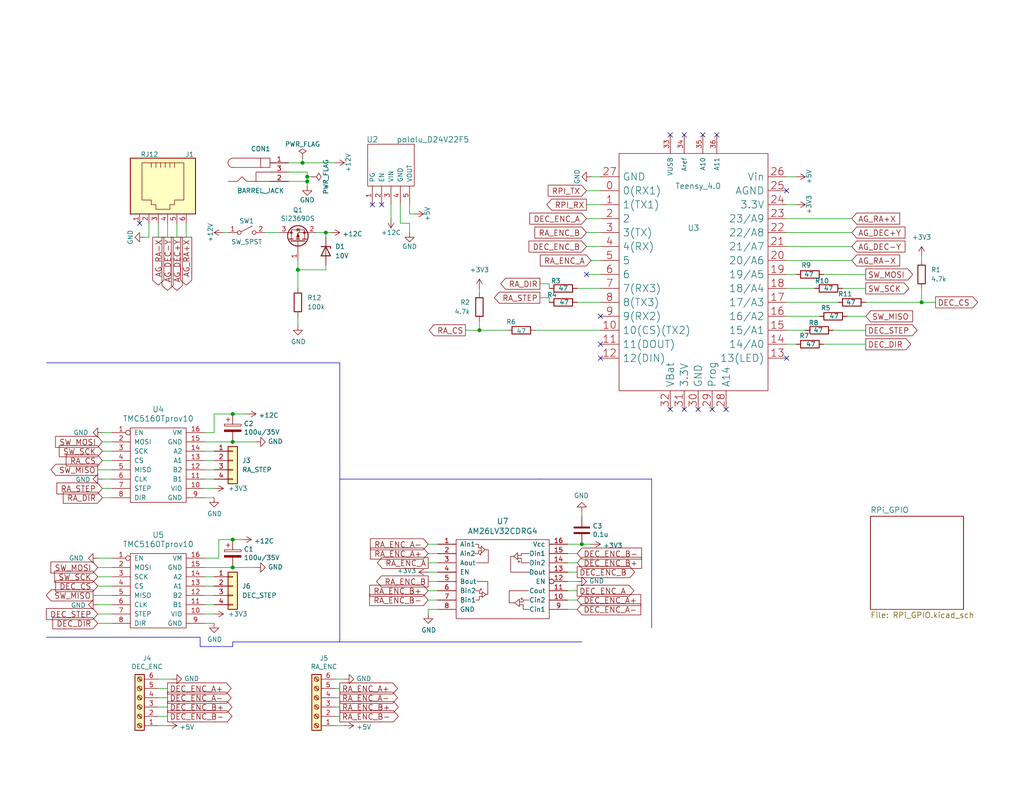
<source format=kicad_sch>
(kicad_sch (version 20250114) (generator "eeschema") (generator_version "9.0")
  (paper "USLetter")
  (title_block (title "SSTEQ25") (date "2024-11-27") (rev "0.7.0") (company "StarSync Trackers"))
  (lib_symbols
    (symbol "Connector:RJ12" (pin_names (offset 1.016))
      (property "Reference" "J" (at -5.08 11.43 0))
      (property "Value" "RJ12" (at 2.54 11.43 0))
      (symbol "RJ12_1_1"
        (pin passive line (at 10.16 7.62 180) (length 2.54) (name "~") (number "6"))
        (pin passive line (at 10.16 5.08 180) (length 2.54) (name "~") (number "5"))
        (pin passive line (at 10.16 2.54 180) (length 2.54) (name "~") (number "4"))
        (pin passive line (at 10.16 0 180) (length 2.54) (name "~") (number "3"))
        (pin passive line (at 10.16 -2.54 180) (length 2.54) (name "~") (number "2"))
        (pin passive line (at 10.16 -5.08 180) (length 2.54) (name "~") (number "1"))
      )
    )
    (symbol "Connector_Generic:Conn_01x04" (pin_names (offset 1.016) (hide yes))
      (property "Reference" "J" (at 0 5.08 0))
      (property "Value" "Conn_01x04" (at 0 -7.62 0))
      (symbol "Conn_01x04_1_1"
        (pin passive line (at -5.08 2.54 0) (length 3.81) (name "Pin_1") (number "1"))
        (pin passive line (at -5.08 0 0) (length 3.81) (name "Pin_2") (number "2"))
        (pin passive line (at -5.08 -2.54 0) (length 3.81) (name "Pin_3") (number "3"))
        (pin passive line (at -5.08 -5.08 0) (length 3.81) (name "Pin_4") (number "4"))
      )
    )
    (symbol "Device:D_Zener" (pin_numbers (hide yes)) (pin_names (offset 1.016) (hide yes))
      (property "Reference" "D" (at 0 2.54 0))
      (property "Value" "D_Zener" (at 0 -2.54 0))
      (symbol "D_Zener_1_1"
        (pin passive line (at -3.81 0 0) (length 2.54) (name "K") (number "1"))
        (pin passive line (at 3.81 0 180) (length 2.54) (name "A") (number "2"))
      )
    )
    (symbol "Device:R" (pin_numbers (hide yes)) (pin_names (offset 0))
      (property "Reference" "R" (at 2.032 0 90))
      (property "Value" "R" (at 0 0 90))
      (symbol "R_1_1"
        (pin passive line (at 0 3.81 270) (length 1.27) (name "~") (number "1"))
        (pin passive line (at 0 -3.81 90) (length 1.27) (name "~") (number "2"))
      )
    )
    (symbol "RPi_Hat-rescue:+12C" (power) (pin_names (offset 0))
      (property "Value" "+12C" (at 0 3.81 0))
      (symbol "+12C_1_1"
        (pin power_in line (at 0 0 90) (length 0) (hide yes) (name "+12C") (number "1"))
      )
    )
    (symbol "RPi_Hat-rescue:+12C-power" (power) (pin_names (offset 0))
      (property "Value" "+12C-power" (at 0 3.81 0))
      (symbol "+12C-power_1_1"
        (pin power_in line (at 0 0 90) (length 0) (hide yes) (name "+12C") (number "1"))
      )
    )
    (symbol "RPi_Hat-rescue:+12V" (power) (pin_names (offset 0))
      (property "Value" "+12V" (at 0 3.556 0))
      (symbol "+12V_1_1"
        (pin power_in line (at 0 0 90) (length 0) (hide yes) (name "+12V") (number "1"))
      )
    )
    (symbol "RPi_Hat-rescue:+3.3V-power" (power) (pin_names (offset 0))
      (property "Value" "+3.3V-power" (at 0 3.556 0))
      (symbol "+3.3V-power_1_1"
        (pin power_in line (at 0 0 90) (length 0) (hide yes) (name "+3V3") (number "1"))
      )
    )
    (symbol "RPi_Hat-rescue:+3V3" (power) (pin_names (offset 0))
      (property "Value" "+3V3" (at 0 3.556 0))
      (symbol "+3V3_1_1"
        (pin power_in line (at 0 0 90) (length 0) (hide yes) (name "+3V3") (number "1"))
      )
    )
    (symbol "RPi_Hat-rescue:+5V" (power) (pin_names (offset 0))
      (property "Value" "+5V" (at 0 3.556 0))
      (symbol "+5V_1_1"
        (pin power_in line (at 0 0 90) (length 0) (hide yes) (name "+5V") (number "1"))
      )
    )
    (symbol "RPi_Hat-rescue:+5V-power" (power) (pin_names (offset 0))
      (property "Value" "+5V-power" (at 0 3.556 0))
      (symbol "+5V-power_1_1"
        (pin power_in line (at 0 0 90) (length 0) (hide yes) (name "+5V") (number "1"))
      )
    )
    (symbol "RPi_Hat-rescue:BARREL_JACK" (pin_names (offset 1.016))
      (property "Reference" "CON" (at 0 6.35 0))
      (property "Value" "BARREL_JACK" (at 0 -5.08 0))
      (symbol "BARREL_JACK_1_1"
        (pin passive line (at 7.62 2.54 180) (length 5.08) (name "~") (number "1"))
        (pin passive line (at 7.62 0 180) (length 5.08) (name "~") (number "3"))
        (pin passive line (at 7.62 -2.54 180) (length 5.08) (name "~") (number "2"))
      )
    )
    (symbol "RPi_Hat-rescue:C-Device" (pin_numbers (hide yes)) (pin_names (offset 0.254))
      (property "Reference" "C" (at 0.635 2.54 0))
      (property "Value" "Device_C" (at 0.635 -2.54 0))
      (symbol "C-Device_1_1"
        (pin passive line (at 0 3.81 270) (length 2.794) (name "~") (number "1"))
        (pin passive line (at 0 -3.81 90) (length 2.794) (name "~") (number "2"))
      )
    )
    (symbol "RPi_Hat-rescue:CP-Device" (pin_numbers (hide yes)) (pin_names (offset 0.254))
      (property "Reference" "C" (at 0.635 2.54 0))
      (property "Value" "Device_CP" (at 0.635 -2.54 0))
      (symbol "CP-Device_1_1"
        (pin passive line (at 0 3.81 270) (length 2.794) (name "~") (number "1"))
        (pin passive line (at 0 -3.81 90) (length 2.794) (name "~") (number "2"))
      )
    )
    (symbol "RPi_Hat-rescue:GND" (power) (pin_names (offset 0))
      (property "Value" "GND" (at 0 -3.81 0))
      (symbol "GND_1_1"
        (pin power_in line (at 0 0 270) (length 0) (hide yes) (name "GND") (number "1"))
      )
    )
    (symbol "RPi_Hat-rescue:GND-power" (power) (pin_names (offset 0))
      (property "Value" "GND-power" (at 0 -3.81 0))
      (symbol "GND-power_1_1"
        (pin power_in line (at 0 0 270) (length 0) (hide yes) (name "GND") (number "1"))
      )
    )
    (symbol "RPi_Hat-rescue:PWR_FLAG" (power) (pin_numbers (hide yes)) (pin_names (offset 0) (hide yes))
      (property "Value" "PWR_FLAG" (at 0 3.81 0))
      (symbol "PWR_FLAG_0_0"
        (pin power_out line (at 0 0 90) (length 0) (name "pwr") (number "1"))
      )
    )
    (symbol "RPi_Hat-rescue:Q_PMOS_GSD-Device" (pin_names (offset 0) (hide yes))
      (property "Reference" "Q" (at 5.08 1.27 0))
      (property "Value" "Device_Q_PMOS_GSD" (at 5.08 -1.27 0))
      (symbol "Q_PMOS_GSD-Device_1_1"
        (pin input line (at -5.08 0 0) (length 2.54) (name "G") (number "1"))
        (pin passive line (at 2.54 5.08 270) (length 2.54) (name "D") (number "3"))
        (pin passive line (at 2.54 -5.08 90) (length 2.54) (name "S") (number "2"))
      )
    )
    (symbol "RPi_Hat-rescue:ST26C32ABDR-SST_kicad_sym" (pin_names (offset 1.016))
      (property "Reference" "U" (at 10.16 12.7 0))
      (property "Value" "SST_kicad_sym_ST26C32ABDR" (at -5.08 12.7 0))
      (symbol "ST26C32ABDR-SST_kicad_sym_0_0"
        (text "+" (at -6.096 6.223 0) (effects (font (size 0.762 0.762))))
        (text "+" (at -5.969 -3.429 0) (effects (font (size 0.762 0.762))))
        (text "+" (at 4.445 4.191 0) (effects (font (size 0.762 0.762))))
        (text "+" (at 5.207 -5.969 0) (effects (font (size 0.762 0.762))))
      )
      (symbol "ST26C32ABDR-SST_kicad_sym_1_1"
        (pin input line (at -17.78 8.89 0) (length 5.08) (name "Ain1") (number "1"))
        (pin input line (at -17.78 6.35 0) (length 5.08) (name "Ain2") (number "2"))
        (pin output line (at -17.78 3.81 0) (length 5.08) (name "Aout") (number "3"))
        (pin input line (at -17.78 1.27 0) (length 5.08) (name "EN") (number "4"))
        (pin output line (at -17.78 -1.27 0) (length 5.08) (name "Bout") (number "5"))
        (pin input line (at -17.78 -3.81 0) (length 5.08) (name "Bin2") (number "6"))
        (pin input line (at -17.78 -6.35 0) (length 5.08) (name "Bin1") (number "7"))
        (pin power_out line (at -17.78 -8.89 0) (length 5.08) (name "GND") (number "8"))
        (pin power_in line (at 17.78 8.89 180) (length 5.08) (name "Vcc") (number "16"))
        (pin input line (at 17.78 6.35 180) (length 5.08) (name "Din1") (number "15"))
        (pin input line (at 17.78 3.81 180) (length 5.08) (name "Din2") (number "14"))
        (pin output line (at 17.78 1.27 180) (length 5.08) (name "Dout") (number "13"))
        (pin input inverted (at 17.78 -1.27 180) (length 5.08) (name "EN") (number "12"))
        (pin output line (at 17.78 -3.81 180) (length 5.08) (name "Cout") (number "11"))
        (pin input line (at 17.78 -6.35 180) (length 5.08) (name "Cin2") (number "10"))
        (pin input line (at 17.78 -8.89 180) (length 5.08) (name "Cin1") (number "9"))
      )
    )
    (symbol "RPi_Hat-rescue:SW_SPST" (pin_names (offset 0) (hide yes))
      (property "Reference" "SW" (at 0 3.175 0))
      (property "Value" "SW_SPST" (at 0 -2.54 0))
      (symbol "SW_SPST_1_1"
        (pin passive line (at -5.08 0 0) (length 2.54) (name "A") (number "1"))
        (pin passive line (at 5.08 0 180) (length 2.54) (name "B") (number "2"))
      )
    )
    (symbol "RPi_Hat-rescue:Screw_Terminal_01x06-Connector" (pin_names (offset 1.016) (hide yes))
      (property "Reference" "J" (at 0 7.62 0))
      (property "Value" "Connector_Screw_Terminal_01x06" (at 0 -10.16 0))
      (symbol "Screw_Terminal_01x06-Connector_1_1"
        (pin passive line (at -5.08 5.08 0) (length 3.81) (name "Pin_1") (number "1"))
        (pin passive line (at -5.08 2.54 0) (length 3.81) (name "Pin_2") (number "2"))
        (pin passive line (at -5.08 0 0) (length 3.81) (name "Pin_3") (number "3"))
        (pin passive line (at -5.08 -2.54 0) (length 3.81) (name "Pin_4") (number "4"))
        (pin passive line (at -5.08 -5.08 0) (length 3.81) (name "Pin_5") (number "5"))
        (pin passive line (at -5.08 -7.62 0) (length 3.81) (name "Pin_6") (number "6"))
      )
    )
    (symbol "RPi_Hat-rescue:Teensy_3.1" (pin_names (offset 1.016))
      (property "Reference" "U" (at 0 19.05 0))
      (property "Value" "Teensy_3.1" (at 1.27 30.48 0))
      (symbol "Teensy_3.1_1_1"
        (pin power_in line (at -25.4 33.02 0) (length 5.0038) (name "GND") (number "27"))
        (pin bidirectional line (at -25.4 29.21 0) (length 5.0038) (name "0(RX1)") (number "0"))
        (pin bidirectional line (at -25.4 25.4 0) (length 5.0038) (name "1(TX1)") (number "1"))
        (pin bidirectional line (at -25.4 21.59 0) (length 5.0038) (name "2") (number "2"))
        (pin bidirectional line (at -25.4 17.78 0) (length 5.0038) (name "3(TX)") (number "3"))
        (pin bidirectional line (at -25.4 13.97 0) (length 5.0038) (name "4(RX)") (number "4"))
        (pin bidirectional line (at -25.4 10.16 0) (length 5.0038) (name "5") (number "5"))
        (pin bidirectional line (at -25.4 6.35 0) (length 5.0038) (name "6") (number "6"))
        (pin bidirectional line (at -25.4 2.54 0) (length 5.0038) (name "7(RX3)") (number "7"))
        (pin bidirectional line (at -25.4 -1.27 0) (length 5.0038) (name "8(TX3)") (number "8"))
        (pin bidirectional line (at -25.4 -5.08 0) (length 5.0038) (name "9(RX2)") (number "9"))
        (pin bidirectional line (at -25.4 -8.89 0) (length 5.0038) (name "10(CS)(TX2)") (number "10"))
        (pin bidirectional line (at -25.4 -12.7 0) (length 5.0038) (name "11(DOUT)") (number "11"))
        (pin bidirectional line (at -25.4 -16.51 0) (length 5.0038) (name "12(DIN)") (number "12"))
        (pin power_in line (at -6.35 44.45 270) (length 5.08) (name "VUSB") (number "33"))
        (pin power_in line (at -6.35 -30.48 90) (length 5.0038) (name "VBat") (number "32"))
        (pin power_in line (at -2.54 44.45 270) (length 5.08) (name "Aref") (number "34"))
        (pin power_in line (at -2.54 -30.48 90) (length 5.0038) (name "3.3V") (number "31"))
        (pin power_in line (at 1.27 -30.48 90) (length 5.0038) (name "GND") (number "30"))
        (pin input line (at 2.54 44.45 270) (length 5.08) (name "A10") (number "35"))
        (pin bidirectional line (at 5.08 -30.48 90) (length 5.0038) (name "Prog") (number "29"))
        (pin input line (at 6.35 44.45 270) (length 5.08) (name "A11") (number "36"))
        (pin bidirectional line (at 8.89 -30.48 90) (length 5.0038) (name "A14") (number "28"))
        (pin power_in line (at 25.4 33.02 180) (length 5.0038) (name "Vin") (number "26"))
        (pin power_in line (at 25.4 29.21 180) (length 5.0038) (name "AGND") (number "25"))
        (pin power_out line (at 25.4 25.4 180) (length 5.0038) (name "3.3V") (number "24"))
        (pin bidirectional line (at 25.4 21.59 180) (length 5.0038) (name "23/A9") (number "23"))
        (pin bidirectional line (at 25.4 17.78 180) (length 5.0038) (name "22/A8") (number "22"))
        (pin bidirectional line (at 25.4 13.97 180) (length 5.0038) (name "21/A7") (number "21"))
        (pin bidirectional line (at 25.4 10.16 180) (length 5.0038) (name "20/A6") (number "20"))
        (pin bidirectional line (at 25.4 6.35 180) (length 5.0038) (name "19/A5") (number "19"))
        (pin bidirectional line (at 25.4 2.54 180) (length 5.0038) (name "18/A4") (number "18"))
        (pin bidirectional line (at 25.4 -1.27 180) (length 5.0038) (name "17/A3") (number "17"))
        (pin bidirectional line (at 25.4 -5.08 180) (length 5.0038) (name "16/A2") (number "16"))
        (pin bidirectional line (at 25.4 -8.89 180) (length 5.0038) (name "15/A1") (number "15"))
        (pin bidirectional line (at 25.4 -12.7 180) (length 5.0038) (name "14/A0") (number "14"))
        (pin bidirectional line (at 25.4 -16.51 180) (length 5.0038) (name "13(LED)") (number "13"))
      )
    )
    (symbol "RPi_Hat-rescue:pololu_D24V22F5" (pin_names (offset 1.016))
      (property "Reference" "U" (at 3.81 7.62 0))
      (property "Value" "pololu_D24V22F5" (at -1.27 -7.62 0))
      (symbol "pololu_D24V22F5_1_1"
        (pin output line (at -11.43 5.08 0) (length 5.08) (name "PG") (number "1"))
        (pin input line (at -11.43 2.54 0) (length 5.08) (name "EN") (number "2"))
        (pin power_in line (at -11.43 0 0) (length 5.08) (name "VIN") (number "3"))
        (pin power_in line (at -11.43 -2.54 0) (length 5.08) (name "GND") (number "4"))
        (pin power_out line (at -11.43 -5.08 0) (length 5.08) (name "VOUT") (number "5"))
      )
    )
    (symbol "SST_kicad_sym:TMC5160Tprov10" (pin_names (offset 1.016))
      (property "Reference" "U?" (at 6.35 11.43 0))
      (property "Value" "TMC5160Tprov10" (at 0 -11.43 0))
      (symbol "TMC5160Tprov10_1_1"
        (pin input inverted (at -12.7 8.89 0) (length 5.08) (name "EN") (number "1"))
        (pin input line (at -12.7 6.35 0) (length 5.08) (name "MOSI") (number "2"))
        (pin input line (at -12.7 3.81 0) (length 5.08) (name "SCK") (number "3"))
        (pin input line (at -12.7 1.27 0) (length 5.08) (name "CS") (number "4"))
        (pin input line (at -12.7 -1.27 0) (length 5.08) (name "MISO") (number "5"))
        (pin input line (at -12.7 -3.81 0) (length 5.08) (name "CLK") (number "6"))
        (pin input line (at -12.7 -6.35 0) (length 5.08) (name "STEP") (number "7"))
        (pin input line (at -12.7 -8.89 0) (length 5.08) (name "DIR") (number "8"))
        (pin power_in line (at 12.7 8.89 180) (length 5.08) (name "VM") (number "16"))
        (pin power_out line (at 12.7 6.35 180) (length 5.08) (name "GND") (number "15"))
        (pin output line (at 12.7 3.81 180) (length 5.08) (name "A2") (number "14"))
        (pin output line (at 12.7 1.27 180) (length 5.08) (name "A1") (number "13"))
        (pin output line (at 12.7 -1.27 180) (length 5.08) (name "B2") (number "12"))
        (pin output line (at 12.7 -3.81 180) (length 5.08) (name "B1") (number "11"))
        (pin output line (at 12.7 -6.35 180) (length 5.08) (name "VIO") (number "10"))
        (pin power_out line (at 12.7 -8.89 180) (length 5.08) (name "GND") (number "9"))
      )
    )
    (symbol "power:+3V3" (power) (pin_numbers (hide yes)) (pin_names (offset 0) (hide yes))
      (property "Value" "+3V3" (at 0 3.556 0))
      (symbol "+3V3_1_1"
        (pin power_in line (at 0 0 90) (length 0) (name "~") (number "1"))
      )
    )
    (symbol "power:GND" (power) (pin_numbers (hide yes)) (pin_names (offset 0) (hide yes))
      (property "Value" "GND" (at 0 -3.81 0))
      (symbol "GND_1_1"
        (pin power_in line (at 0 0 270) (length 0) (name "~") (number "1"))
      )
    )
  )
  (junction (at 63.5 147.32))
  (junction (at 251.46 82.55))
  (junction (at 88.9 63.5))
  (junction (at 158.75 148.59))
  (junction (at 82.55 44.45))
  (junction (at 63.5 113.03))
  (junction (at 83.82 48.26))
  (junction (at 63.5 120.65))
  (junction (at 81.28 73.66))
  (junction (at 63.5 154.94))
  (junction (at 83.82 49.53))
  (junction (at 130.81 90.17))
  (no_connect (at 182.88 111.76))
  (no_connect (at 163.83 86.36))
  (no_connect (at 163.83 97.79))
  (no_connect (at 190.5 111.76))
  (no_connect (at 104.14 55.88))
  (no_connect (at 195.58 36.83))
  (no_connect (at 186.69 111.76))
  (no_connect (at 186.69 36.83))
  (no_connect (at 160.02 74.93))
  (no_connect (at 198.12 111.76))
  (no_connect (at 214.63 97.79))
  (no_connect (at 214.63 52.07))
  (no_connect (at 194.31 111.76))
  (no_connect (at 182.88 36.83))
  (no_connect (at 38.1 60.96))
  (no_connect (at 191.77 36.83))
  (no_connect (at 101.6 55.88))
  (no_connect (at 163.83 93.98))
  (wire (pts (xy 158.75 140.97) (xy 158.75 139.7)))
  (wire (pts (xy 130.81 90.17) (xy 127 90.17)))
  (wire (pts (xy 78.74 44.45) (xy 82.55 44.45)))
  (wire (pts (xy 91.44 198.12) (xy 93.98 198.12)))
  (wire (pts (xy 43.18 195.58) (xy 45.72 195.58)))
  (wire (pts (xy 154.94 151.13) (xy 157.48 151.13)))
  (wire (pts (xy 78.74 46.99) (xy 83.82 46.99)))
  (wire (pts (xy 154.94 166.37) (xy 157.48 166.37)))
  (wire (pts (xy 27.94 130.81) (xy 30.48 130.81)))
  (wire (pts (xy 55.88 125.73) (xy 58.42 125.73)))
  (wire (pts (xy 160.02 55.88) (xy 163.83 55.88)))
  (wire (pts (xy 27.94 118.11) (xy 30.48 118.11)))
  (wire (pts (xy 58.42 118.11) (xy 58.42 113.03)))
  (wire (pts (xy 214.63 82.55) (xy 228.6 82.55)))
  (wire (pts (xy 130.81 78.74) (xy 130.81 80.01)))
  (wire (pts (xy 72.39 63.5) (xy 76.2 63.5)))
  (wire (pts (xy 83.82 46.99) (xy 83.82 48.26)))
  (wire (pts (xy 40.64 64.77) (xy 39.37 64.77)))
  (wire (pts (xy 109.22 55.88) (xy 109.22 60.96)))
  (wire (pts (xy 26.67 170.18) (xy 30.48 170.18)))
  (wire (pts (xy 116.84 161.29) (xy 119.38 161.29)))
  (wire (pts (xy 116.84 153.67) (xy 119.38 153.67)))
  (wire (pts (xy 214.63 90.17) (xy 219.71 90.17)))
  (wire (pts (xy 55.88 133.35) (xy 58.42 133.35)))
  (wire (pts (xy 154.94 163.83) (xy 157.48 163.83)))
  (wire (pts (xy 214.63 59.69) (xy 232.41 59.69)))
  (wire (pts (xy 111.76 60.96) (xy 111.76 63.5)))
  (wire (pts (xy 154.94 156.21) (xy 157.48 156.21)))
  (wire (pts (xy 229.87 78.74) (xy 236.22 78.74)))
  (wire (pts (xy 214.63 67.31) (xy 232.41 67.31)))
  (polyline (pts (xy 92.71 99.06) (xy 92.71 175.26)))
  (wire (pts (xy 149.86 81.28) (xy 149.86 82.55)))
  (wire (pts (xy 157.48 78.74) (xy 163.83 78.74)))
  (wire (pts (xy 88.9 63.5) (xy 88.9 64.77)))
  (wire (pts (xy 48.26 60.96) (xy 48.26 64.77)))
  (wire (pts (xy 154.94 148.59) (xy 158.75 148.59)))
  (wire (pts (xy 160.02 67.31) (xy 163.83 67.31)))
  (wire (pts (xy 59.69 147.32) (xy 63.5 147.32)))
  (wire (pts (xy 111.76 58.42) (xy 113.03 58.42)))
  (wire (pts (xy 43.18 198.12) (xy 45.72 198.12)))
  (wire (pts (xy 161.29 48.26) (xy 163.83 48.26)))
  (wire (pts (xy 214.63 74.93) (xy 217.17 74.93)))
  (polyline (pts (xy 12.7 99.06) (xy 92.71 99.06)))
  (wire (pts (xy 109.22 60.96) (xy 111.76 60.96)))
  (wire (pts (xy 91.44 190.5) (xy 92.71 190.5)))
  (wire (pts (xy 63.5 113.03) (xy 67.31 113.03)))
  (wire (pts (xy 58.42 113.03) (xy 63.5 113.03)))
  (wire (pts (xy 116.84 163.83) (xy 119.38 163.83)))
  (wire (pts (xy 43.18 193.04) (xy 45.72 193.04)))
  (wire (pts (xy 69.85 154.94) (xy 63.5 154.94)))
  (wire (pts (xy 91.44 195.58) (xy 92.71 195.58)))
  (polyline (pts (xy 54.61 173.99) (xy 54.61 176.53)))
  (wire (pts (xy 154.94 153.67) (xy 157.48 153.67)))
  (wire (pts (xy 160.02 52.07) (xy 163.83 52.07)))
  (wire (pts (xy 214.63 78.74) (xy 222.25 78.74)))
  (wire (pts (xy 55.88 120.65) (xy 63.5 120.65)))
  (polyline (pts (xy 177.8 130.81) (xy 177.8 171.45)))
  (wire (pts (xy 55.88 123.19) (xy 58.42 123.19)))
  (wire (pts (xy 160.02 74.93) (xy 163.83 74.93)))
  (wire (pts (xy 63.5 120.65) (xy 69.85 120.65)))
  (wire (pts (xy 55.88 165.1) (xy 58.42 165.1)))
  (wire (pts (xy 27.94 133.35) (xy 30.48 133.35)))
  (wire (pts (xy 146.05 90.17) (xy 163.83 90.17)))
  (wire (pts (xy 157.48 82.55) (xy 163.83 82.55)))
  (wire (pts (xy 55.88 135.89) (xy 58.42 135.89)))
  (wire (pts (xy 138.43 90.17) (xy 130.81 90.17)))
  (wire (pts (xy 161.29 71.12) (xy 163.83 71.12)))
  (wire (pts (xy 130.81 87.63) (xy 130.81 90.17)))
  (wire (pts (xy 26.67 167.64) (xy 30.48 167.64)))
  (wire (pts (xy 55.88 157.48) (xy 58.42 157.48)))
  (wire (pts (xy 236.22 82.55) (xy 251.46 82.55)))
  (wire (pts (xy 55.88 170.18) (xy 58.42 170.18)))
  (wire (pts (xy 82.55 43.18) (xy 82.55 44.45)))
  (wire (pts (xy 160.02 59.69) (xy 163.83 59.69)))
  (wire (pts (xy 214.63 71.12) (xy 232.41 71.12)))
  (wire (pts (xy 116.84 148.59) (xy 119.38 148.59)))
  (wire (pts (xy 60.96 63.5) (xy 62.23 63.5)))
  (wire (pts (xy 26.67 165.1) (xy 30.48 165.1)))
  (wire (pts (xy 25.4 162.56) (xy 30.48 162.56)))
  (wire (pts (xy 83.82 48.26) (xy 83.82 49.53)))
  (wire (pts (xy 43.18 187.96) (xy 45.72 187.96)))
  (wire (pts (xy 251.46 82.55) (xy 255.27 82.55)))
  (wire (pts (xy 214.63 86.36) (xy 223.52 86.36)))
  (wire (pts (xy 27.94 125.73) (xy 30.48 125.73)))
  (wire (pts (xy 55.88 154.94) (xy 63.5 154.94)))
  (wire (pts (xy 147.32 77.47) (xy 149.86 77.47)))
  (wire (pts (xy 149.86 77.47) (xy 149.86 78.74)))
  (wire (pts (xy 55.88 128.27) (xy 58.42 128.27)))
  (wire (pts (xy 227.33 90.17) (xy 236.22 90.17)))
  (wire (pts (xy 231.14 86.36) (xy 236.22 86.36)))
  (wire (pts (xy 91.44 185.42) (xy 93.98 185.42)))
  (wire (pts (xy 214.63 93.98) (xy 217.17 93.98)))
  (wire (pts (xy 88.9 63.5) (xy 90.17 63.5)))
  (polyline (pts (xy 63.5 175.26) (xy 158.75 175.26)))
  (wire (pts (xy 27.94 120.65) (xy 30.48 120.65)))
  (wire (pts (xy 27.94 123.19) (xy 30.48 123.19)))
  (wire (pts (xy 147.32 81.28) (xy 149.86 81.28)))
  (wire (pts (xy 43.18 185.42) (xy 46.99 185.42)))
  (polyline (pts (xy 63.5 176.53) (xy 63.5 175.26)))
  (wire (pts (xy 86.36 63.5) (xy 88.9 63.5)))
  (wire (pts (xy 116.84 167.64) (xy 116.84 166.37)))
  (wire (pts (xy 88.9 72.39) (xy 88.9 73.66)))
  (wire (pts (xy 251.46 69.85) (xy 251.46 71.12)))
  (wire (pts (xy 43.18 190.5) (xy 45.72 190.5)))
  (wire (pts (xy 55.88 160.02) (xy 58.42 160.02)))
  (wire (pts (xy 81.28 73.66) (xy 88.9 73.66)))
  (wire (pts (xy 81.28 71.12) (xy 81.28 73.66)))
  (wire (pts (xy 91.44 187.96) (xy 92.71 187.96)))
  (wire (pts (xy 160.02 63.5) (xy 163.83 63.5)))
  (wire (pts (xy 55.88 152.4) (xy 59.69 152.4)))
  (wire (pts (xy 154.94 158.75) (xy 157.48 158.75)))
  (wire (pts (xy 158.75 148.59) (xy 161.29 148.59)))
  (wire (pts (xy 55.88 167.64) (xy 58.42 167.64)))
  (wire (pts (xy 26.67 154.94) (xy 30.48 154.94)))
  (wire (pts (xy 111.76 55.88) (xy 111.76 58.42)))
  (wire (pts (xy 214.63 63.5) (xy 232.41 63.5)))
  (wire (pts (xy 224.79 93.98) (xy 236.22 93.98)))
  (wire (pts (xy 154.94 161.29) (xy 157.48 161.29)))
  (wire (pts (xy 63.5 147.32) (xy 66.04 147.32)))
  (wire (pts (xy 45.72 60.96) (xy 45.72 64.77)))
  (wire (pts (xy 55.88 162.56) (xy 58.42 162.56)))
  (wire (pts (xy 83.82 49.53) (xy 78.74 49.53)))
  (wire (pts (xy 59.69 152.4) (xy 59.69 147.32)))
  (wire (pts (xy 214.63 48.26) (xy 217.17 48.26)))
  (polyline (pts (xy 12.7 173.99) (xy 54.61 173.99)))
  (wire (pts (xy 83.82 49.53) (xy 83.82 50.8)))
  (wire (pts (xy 26.67 128.27) (xy 30.48 128.27)))
  (wire (pts (xy 251.46 78.74) (xy 251.46 82.55)))
  (wire (pts (xy 26.67 157.48) (xy 30.48 157.48)))
  (wire (pts (xy 116.84 156.21) (xy 119.38 156.21)))
  (wire (pts (xy 214.63 55.88) (xy 217.17 55.88)))
  (wire (pts (xy 116.84 158.75) (xy 119.38 158.75)))
  (polyline (pts (xy 54.61 176.53) (xy 63.5 176.53)))
  (wire (pts (xy 224.79 74.93) (xy 236.22 74.93)))
  (wire (pts (xy 43.18 60.96) (xy 43.18 64.77)))
  (wire (pts (xy 26.67 160.02) (xy 30.48 160.02)))
  (wire (pts (xy 82.55 44.45) (xy 91.44 44.45)))
  (wire (pts (xy 26.67 152.4) (xy 30.48 152.4)))
  (wire (pts (xy 116.84 151.13) (xy 119.38 151.13)))
  (wire (pts (xy 81.28 86.36) (xy 81.28 88.9)))
  (wire (pts (xy 91.44 193.04) (xy 92.71 193.04)))
  (polyline (pts (xy 92.71 130.81) (xy 147.32 130.81)))
  (wire (pts (xy 55.88 118.11) (xy 58.42 118.11)))
  (wire (pts (xy 81.28 73.66) (xy 81.28 78.74)))
  (wire (pts (xy 40.64 60.96) (xy 40.64 64.77)))
  (wire (pts (xy 27.94 135.89) (xy 30.48 135.89)))
  (wire (pts (xy 55.88 130.81) (xy 58.42 130.81)))
  (polyline (pts (xy 147.32 130.81) (xy 177.8 130.81)))
  (wire (pts (xy 106.68 59.69) (xy 106.68 55.88)))
  (wire (pts (xy 50.8 60.96) (xy 50.8 64.77)))
  (wire (pts (xy 85.09 48.26) (xy 83.82 48.26)))
  (wire (pts (xy 116.84 166.37) (xy 119.38 166.37)))
  (global_label "SW_SCK" (shape output) (at 236.22 78.74 0) (effects (font (size 1.524 1.524))) (property "Intersheetrefs" "${INTERSHEET_REFS}" (effects (hide yes))))
  (global_label "RA_DIR" (shape output) (at 147.32 77.47 180) (effects (font (size 1.524 1.524))) (property "Intersheetrefs" "${INTERSHEET_REFS}" (effects (hide yes))))
  (global_label "SW_MOSI" (shape output) (at 236.22 74.93 0) (effects (font (size 1.524 1.524))) (property "Intersheetrefs" "${INTERSHEET_REFS}" (effects (hide yes))))
  (global_label "DEC_ENC_A" (shape output) (at 157.48 161.29 0) (effects (font (size 1.524 1.524))) (property "Intersheetrefs" "${INTERSHEET_REFS}" (effects (hide yes))))
  (global_label "AG_RA+X" (shape output) (at 50.8 64.77 270) (effects (font (size 1.524 1.524))) (property "Intersheetrefs" "${INTERSHEET_REFS}" (effects (hide yes))))
  (global_label "DEC_ENC_A+" (shape input) (at 157.48 163.83 0) (effects (font (size 1.524 1.524))) (property "Intersheetrefs" "${INTERSHEET_REFS}" (effects (hide yes))))
  (global_label "RA_ENC_A" (shape input) (at 161.29 71.12 180) (effects (font (size 1.524 1.524))) (property "Intersheetrefs" "${INTERSHEET_REFS}" (effects (hide yes))))
  (global_label "RA_CS" (shape input) (at 27.94 125.73 180) (effects (font (size 1.524 1.524))) (property "Intersheetrefs" "${INTERSHEET_REFS}" (effects (hide yes))))
  (global_label "RA_STEP" (shape output) (at 147.32 81.28 180) (effects (font (size 1.524 1.524))) (property "Intersheetrefs" "${INTERSHEET_REFS}" (effects (hide yes))))
  (global_label "AG_DEC+Y" (shape output) (at 48.26 64.77 270) (effects (font (size 1.524 1.524))) (property "Intersheetrefs" "${INTERSHEET_REFS}" (effects (hide yes))))
  (global_label "RA_ENC_B-" (shape output) (at 92.71 195.58 0) (effects (font (size 1.524 1.524))) (property "Intersheetrefs" "${INTERSHEET_REFS}" (effects (hide yes))))
  (global_label "AG_RA-X" (shape input) (at 232.41 71.12 0) (effects (font (size 1.524 1.524))) (property "Intersheetrefs" "${INTERSHEET_REFS}" (effects (hide yes))))
  (global_label "RPI_TX" (shape input) (at 160.02 52.07 180) (effects (font (size 1.524 1.524))) (property "Intersheetrefs" "${INTERSHEET_REFS}" (effects (hide yes))))
  (global_label "SW_MOSI" (shape input) (at 26.67 154.94 180) (effects (font (size 1.524 1.524))) (property "Intersheetrefs" "${INTERSHEET_REFS}" (effects (hide yes))))
  (global_label "DEC_STEP" (shape output) (at 236.22 90.17 0) (effects (font (size 1.524 1.524))) (property "Intersheetrefs" "${INTERSHEET_REFS}" (effects (hide yes))))
  (global_label "SW_MISO" (shape input) (at 236.22 86.36 0) (effects (font (size 1.524 1.524))) (property "Intersheetrefs" "${INTERSHEET_REFS}" (effects (hide yes))))
  (global_label "DEC_ENC_B" (shape input) (at 160.02 67.31 180) (effects (font (size 1.524 1.524))) (property "Intersheetrefs" "${INTERSHEET_REFS}" (effects (hide yes))))
  (global_label "DEC_ENC_A-" (shape output) (at 45.72 190.5 0) (effects (font (size 1.524 1.524))) (property "Intersheetrefs" "${INTERSHEET_REFS}" (effects (hide yes))))
  (global_label "AG_DEC-Y" (shape output) (at 45.72 64.77 270) (effects (font (size 1.524 1.524))) (property "Intersheetrefs" "${INTERSHEET_REFS}" (effects (hide yes))))
  (global_label "AG_RA-X" (shape output) (at 43.18 64.77 270) (effects (font (size 1.524 1.524))) (property "Intersheetrefs" "${INTERSHEET_REFS}" (effects (hide yes))))
  (global_label "DEC_ENC_B-" (shape input) (at 157.48 151.13 0) (effects (font (size 1.524 1.524))) (property "Intersheetrefs" "${INTERSHEET_REFS}" (effects (hide yes))))
  (global_label "DEC_CS" (shape output) (at 255.27 82.55 0) (effects (font (size 1.524 1.524))) (property "Intersheetrefs" "${INTERSHEET_REFS}" (effects (hide yes))))
  (global_label "DEC_CS" (shape input) (at 26.67 160.02 180) (effects (font (size 1.524 1.524))) (property "Intersheetrefs" "${INTERSHEET_REFS}" (effects (hide yes))))
  (global_label "RA_STEP" (shape input) (at 27.94 133.35 180) (effects (font (size 1.524 1.524))) (property "Intersheetrefs" "${INTERSHEET_REFS}" (effects (hide yes))))
  (global_label "AG_DEC+Y" (shape input) (at 232.41 63.5 0) (effects (font (size 1.524 1.524))) (property "Intersheetrefs" "${INTERSHEET_REFS}" (effects (hide yes))))
  (global_label "AG_DEC-Y" (shape input) (at 232.41 67.31 0) (effects (font (size 1.524 1.524))) (property "Intersheetrefs" "${INTERSHEET_REFS}" (effects (hide yes))))
  (global_label "DEC_ENC_A+" (shape output) (at 45.72 187.96 0) (effects (font (size 1.524 1.524))) (property "Intersheetrefs" "${INTERSHEET_REFS}" (effects (hide yes))))
  (global_label "RPI_RX" (shape output) (at 160.02 55.88 180) (effects (font (size 1.524 1.524))) (property "Intersheetrefs" "${INTERSHEET_REFS}" (effects (hide yes))))
  (global_label "RA_ENC_B+" (shape input) (at 116.84 161.29 180) (effects (font (size 1.524 1.524))) (property "Intersheetrefs" "${INTERSHEET_REFS}" (effects (hide yes))))
  (global_label "DEC_ENC_A-" (shape input) (at 157.48 166.37 0) (effects (font (size 1.524 1.524))) (property "Intersheetrefs" "${INTERSHEET_REFS}" (effects (hide yes))))
  (global_label "DEC_ENC_B" (shape output) (at 157.48 156.21 0) (effects (font (size 1.524 1.524))) (property "Intersheetrefs" "${INTERSHEET_REFS}" (effects (hide yes))))
  (global_label "DEC_STEP" (shape input) (at 26.67 167.64 180) (effects (font (size 1.524 1.524))) (property "Intersheetrefs" "${INTERSHEET_REFS}" (effects (hide yes))))
  (global_label "DEC_ENC_B+" (shape input) (at 157.48 153.67 0) (effects (font (size 1.524 1.524))) (property "Intersheetrefs" "${INTERSHEET_REFS}" (effects (hide yes))))
  (global_label "SW_MOSI" (shape input) (at 27.94 120.65 180) (effects (font (size 1.524 1.524))) (property "Intersheetrefs" "${INTERSHEET_REFS}" (effects (hide yes))))
  (global_label "RA_ENC_A+" (shape output) (at 92.71 187.96 0) (effects (font (size 1.524 1.524))) (property "Intersheetrefs" "${INTERSHEET_REFS}" (effects (hide yes))))
  (global_label "RA_ENC_B" (shape output) (at 116.84 158.75 180) (effects (font (size 1.524 1.524))) (property "Intersheetrefs" "${INTERSHEET_REFS}" (effects (hide yes))))
  (global_label "RA_ENC_B+" (shape output) (at 92.71 193.04 0) (effects (font (size 1.524 1.524))) (property "Intersheetrefs" "${INTERSHEET_REFS}" (effects (hide yes))))
  (global_label "RA_ENC_A" (shape output) (at 116.84 153.67 180) (effects (font (size 1.524 1.524))) (property "Intersheetrefs" "${INTERSHEET_REFS}" (effects (hide yes))))
  (global_label "AG_RA+X" (shape input) (at 232.41 59.69 0) (effects (font (size 1.524 1.524))) (property "Intersheetrefs" "${INTERSHEET_REFS}" (effects (hide yes))))
  (global_label "DEC_DIR" (shape input) (at 26.67 170.18 180) (effects (font (size 1.524 1.524))) (property "Intersheetrefs" "${INTERSHEET_REFS}" (effects (hide yes))))
  (global_label "SW_SCK" (shape input) (at 26.67 157.48 180) (effects (font (size 1.524 1.524))) (property "Intersheetrefs" "${INTERSHEET_REFS}" (effects (hide yes))))
  (global_label "SW_MISO" (shape output) (at 26.67 128.27 180) (effects (font (size 1.524 1.524))) (property "Intersheetrefs" "${INTERSHEET_REFS}" (effects (hide yes))))
  (global_label "DEC_ENC_A" (shape input) (at 160.02 59.69 180) (effects (font (size 1.524 1.524))) (property "Intersheetrefs" "${INTERSHEET_REFS}" (effects (hide yes))))
  (global_label "RA_ENC_A-" (shape output) (at 92.71 190.5 0) (effects (font (size 1.524 1.524))) (property "Intersheetrefs" "${INTERSHEET_REFS}" (effects (hide yes))))
  (global_label "RA_ENC_B" (shape input) (at 160.02 63.5 180) (effects (font (size 1.524 1.524))) (property "Intersheetrefs" "${INTERSHEET_REFS}" (effects (hide yes))))
  (global_label "DEC_ENC_B-" (shape output) (at 45.72 195.58 0) (effects (font (size 1.524 1.524))) (property "Intersheetrefs" "${INTERSHEET_REFS}" (effects (hide yes))))
  (global_label "SW_MISO" (shape output) (at 25.4 162.56 180) (effects (font (size 1.524 1.524))) (property "Intersheetrefs" "${INTERSHEET_REFS}" (effects (hide yes))))
  (global_label "RA_ENC_A+" (shape input) (at 116.84 151.13 180) (effects (font (size 1.524 1.524))) (property "Intersheetrefs" "${INTERSHEET_REFS}" (effects (hide yes))))
  (global_label "RA_ENC_A-" (shape input) (at 116.84 148.59 180) (effects (font (size 1.524 1.524))) (property "Intersheetrefs" "${INTERSHEET_REFS}" (effects (hide yes))))
  (global_label "DEC_DIR" (shape output) (at 236.22 93.98 0) (effects (font (size 1.524 1.524))) (property "Intersheetrefs" "${INTERSHEET_REFS}" (effects (hide yes))))
  (global_label "RA_CS" (shape output) (at 127 90.17 180) (effects (font (size 1.524 1.524))) (property "Intersheetrefs" "${INTERSHEET_REFS}" (effects (hide yes))))
  (global_label "RA_ENC_B-" (shape input) (at 116.84 163.83 180) (effects (font (size 1.524 1.524))) (property "Intersheetrefs" "${INTERSHEET_REFS}" (effects (hide yes))))
  (global_label "SW_SCK" (shape input) (at 27.94 123.19 180) (effects (font (size 1.524 1.524))) (property "Intersheetrefs" "${INTERSHEET_REFS}" (effects (hide yes))))
  (global_label "RA_DIR" (shape input) (at 27.94 135.89 180) (effects (font (size 1.524 1.524))) (property "Intersheetrefs" "${INTERSHEET_REFS}" (effects (hide yes))))
  (global_label "DEC_ENC_B+" (shape output) (at 45.72 193.04 0) (effects (font (size 1.524 1.524))) (property "Intersheetrefs" "${INTERSHEET_REFS}" (effects (hide yes))))
  (symbol (lib_id "RPi_Hat-rescue:pololu_D24V22F5") (at 106.68 44.45 90) (unit 1)
    (property "Reference" "U2" (at 101.6 38.1 90) (effects (font (size 1.524 1.524))))
    (property "Value" "pololu_D24V22F5" (at 118.11 38.1 90) (effects (font (size 1.524 1.524))))
    (property "Footprint" "isadore_custom_footprints:pololu_D24V22F5" (effects (hide yes)))
  )
  (symbol (lib_id "RPi_Hat-rescue:Teensy_3.1") (at 189.23 81.28 0) (unit 1)
    (property "Reference" "U3" (at 189.23 62.23 0) (effects (font (size 1.524 1.524))))
    (property "Value" "Teensy_4.0" (at 190.5 50.8 0) (effects (font (size 1.524 1.524))))
    (property "Footprint" "custom_footprints:Teensy-3.1" (effects (hide yes)))
  )
  (symbol (lib_id "RPi_Hat-rescue:BARREL_JACK") (at 71.12 46.99 0) (unit 1)
    (property "Reference" "CON1" (at 71.12 40.64 0))
    (property "Value" "BARREL_JACK" (at 71.12 52.07 0))
    (property "Footprint" "isadore_custom_footprints:POWER_JACK_PTH" (effects (hide yes)))
  )
  (symbol (lib_id "RPi_Hat-rescue:GND") (at 83.82 50.8 0) (unit 1)
    (property "Reference" "#PWR01" (effects (hide yes)))
    (property "Value" "GND" (at 83.82 54.61 0))
  )
  (symbol (lib_id "RPi_Hat-rescue:+12V") (at 91.44 44.45 270) (unit 1)
    (property "Reference" "#PWR02" (effects (hide yes)))
    (property "Value" "+12V" (at 94.996 44.45 0))
  )
  (symbol (lib_id "RPi_Hat-rescue:PWR_FLAG") (at 82.55 43.18 0) (unit 1)
    (property "Reference" "#FLG03" (effects (hide yes)))
    (property "Value" "PWR_FLAG" (at 82.55 39.37 0))
  )
  (symbol (lib_id "RPi_Hat-rescue:+5V") (at 113.03 58.42 270) (unit 1)
    (property "Reference" "#PWR04" (effects (hide yes)))
    (property "Value" "+5V" (at 116.586 58.42 0))
  )
  (symbol (lib_id "RPi_Hat-rescue:GND") (at 111.76 63.5 0) (unit 1)
    (property "Reference" "#PWR05" (effects (hide yes)))
    (property "Value" "GND" (at 111.76 67.31 0))
  )
  (symbol (lib_id "RPi_Hat-rescue:PWR_FLAG") (at 85.09 48.26 270) (unit 1)
    (property "Reference" "#FLG06" (effects (hide yes)))
    (property "Value" "PWR_FLAG" (at 88.9 48.26 0))
  )
  (symbol (lib_id "RPi_Hat-rescue:GND") (at 39.37 64.77 270) (unit 1)
    (property "Reference" "#PWR07" (effects (hide yes)))
    (property "Value" "GND" (at 35.56 64.77 0))
  )
  (symbol (lib_id "RPi_Hat-rescue:+3V3") (at 217.17 55.88 270) (unit 1)
    (property "Reference" "#PWR08" (effects (hide yes)))
    (property "Value" "+3V3" (at 220.726 55.88 0))
  )
  (symbol (lib_id "RPi_Hat-rescue:+5V") (at 217.17 48.26 270) (unit 1)
    (property "Reference" "#PWR09" (effects (hide yes)))
    (property "Value" "+5V" (at 220.726 48.26 0))
  )
  (symbol (lib_id "RPi_Hat-rescue:GND") (at 161.29 48.26 270) (unit 1)
    (property "Reference" "#PWR010" (effects (hide yes)))
    (property "Value" "GND" (at 157.48 48.26 0))
  )
  (symbol (lib_id "RPi_Hat-rescue:SW_SPST") (at 67.31 63.5 0) (unit 1)
    (property "Reference" "SW1" (at 67.31 60.325 0))
    (property "Value" "SW_SPST" (at 67.31 66.04 0))
    (property "Footprint" "custom_footprints:PWR_SWITCH_RA1H1C112R" (effects (hide yes)))
  )
  (symbol (lib_id "RPi_Hat-rescue:+12V") (at 60.96 63.5 90) (unit 1)
    (property "Reference" "#PWR019" (effects (hide yes)))
    (property "Value" "+12V" (at 57.404 63.5 0))
  )
  (symbol (lib_id "RPi_Hat-rescue:+12C") (at 106.68 59.69 180) (unit 1)
    (property "Reference" "#PWR031" (effects (hide yes)))
    (property "Value" "+12C" (at 106.68 63.5 0))
  )
  (symbol (lib_id "RPi_Hat-rescue:CP-Device") (at 63.5 151.13 0) (unit 1)
    (property "Reference" "C1" (at 66.4972 149.9616 0) (effects (justify left)))
    (property "Value" "100u/35V" (at 66.4972 152.273 0) (effects (justify left)))
    (property "Footprint" "Capacitor_THT:CP_Radial_D6.3mm_P2.50mm" (effects (hide yes)))
  )
  (symbol (lib_id "RPi_Hat-rescue:GND-power") (at 69.85 154.94 90) (unit 1)
    (property "Reference" "#PWR0101" (effects (hide yes)))
    (property "Value" "GND" (at 73.1012 154.813 90) (effects (justify right)))
  )
  (symbol (lib_id "RPi_Hat-rescue:GND-power") (at 69.85 120.65 90) (unit 1)
    (property "Reference" "#PWR0102" (effects (hide yes)))
    (property "Value" "GND" (at 73.1012 120.523 90) (effects (justify right)))
  )
  (symbol (lib_id "RPi_Hat-rescue:+12C-power") (at 67.31 113.03 270) (unit 1)
    (property "Reference" "#PWR0103" (effects (hide yes)))
    (property "Value" "+12C" (at 70.5612 113.411 90) (effects (justify left)))
  )
  (symbol (lib_id "RPi_Hat-rescue:+12C-power") (at 66.04 147.32 270) (unit 1)
    (property "Reference" "#PWR0104" (effects (hide yes)))
    (property "Value" "+12C" (at 69.2912 147.701 90) (effects (justify left)))
  )
  (symbol (lib_id "RPi_Hat-rescue:GND-power") (at 58.42 170.18 0) (unit 1)
    (property "Reference" "#PWR0107" (effects (hide yes)))
    (property "Value" "GND" (at 58.547 174.5742 0))
  )
  (symbol (lib_id "RPi_Hat-rescue:GND-power") (at 58.42 135.89 0) (unit 1)
    (property "Reference" "#PWR0108" (effects (hide yes)))
    (property "Value" "GND" (at 58.547 140.2842 0))
  )
  (symbol (lib_id "RPi_Hat-rescue:+12C-power") (at 90.17 63.5 270) (unit 1)
    (property "Reference" "#PWR0112" (effects (hide yes)))
    (property "Value" "+12C" (at 93.4212 63.881 90) (effects (justify left)))
  )
  (symbol (lib_id "RPi_Hat-rescue:ST26C32ABDR-SST_kicad_sym") (at 137.16 157.48 0) (unit 1)
    (property "Reference" "U7" (at 137.16 142.3162 0) (effects (font (size 1.524 1.524))))
    (property "Value" "AM26LV32CDRG4" (at 137.16 145.0086 0) (effects (font (size 1.524 1.524))))
    (property "Footprint" "Housings_SOIC:SOIC-16_3.9x9.9mm_Pitch1.27mm" (effects (hide yes)))
  )
  (symbol (lib_id "RPi_Hat-rescue:C-Device") (at 158.75 144.78 0) (unit 1)
    (property "Reference" "C3" (at 161.671 143.6116 0) (effects (justify left)))
    (property "Value" "0.1u" (at 161.671 145.923 0) (effects (justify left)))
    (property "Footprint" "Capacitors_SMD:C_0603" (effects (hide yes)))
  )
  (symbol (lib_id "RPi_Hat-rescue:GND-power") (at 158.75 139.7 180) (unit 1)
    (property "Reference" "#PWR0116" (effects (hide yes)))
    (property "Value" "GND" (at 158.623 135.3058 0))
  )
  (symbol (lib_id "RPi_Hat-rescue:GND-power") (at 116.84 167.64 0) (unit 1)
    (property "Reference" "#PWR0117" (effects (hide yes)))
    (property "Value" "GND" (at 116.967 172.0342 0))
  )
  (symbol (lib_id "RPi_Hat-rescue:+3.3V-power") (at 161.29 148.59 270) (unit 1)
    (property "Reference" "#PWR0118" (effects (hide yes)))
    (property "Value" "+3V3" (at 164.5412 148.971 90) (effects (justify left)))
  )
  (symbol (lib_id "RPi_Hat-rescue:+3.3V-power") (at 116.84 156.21 90) (unit 1)
    (property "Reference" "#PWR0119" (effects (hide yes)))
    (property "Value" "+3V3" (at 113.5888 155.829 90) (effects (justify left)))
  )
  (symbol (lib_id "RPi_Hat-rescue:GND-power") (at 157.48 158.75 90) (unit 1)
    (property "Reference" "#PWR0120" (effects (hide yes)))
    (property "Value" "GND" (at 160.7312 158.623 90) (effects (justify right)))
  )
  (symbol (lib_id "RPi_Hat-rescue:Screw_Terminal_01x06-Connector") (at 38.1 193.04 180) (unit 1)
    (property "Reference" "J4" (at 40.132 179.705 0))
    (property "Value" "DEC_ENC" (at 40.132 182.0164 0))
    (property "Footprint" "Connector_JST:JST_XH_B6B-XH-A_1x06_P2.50mm_Vertical" (effects (hide yes)))
  )
  (symbol (lib_id "RPi_Hat-rescue:Screw_Terminal_01x06-Connector") (at 86.36 193.04 180) (unit 1)
    (property "Reference" "J5" (at 88.392 179.705 0))
    (property "Value" "RA_ENC" (at 88.392 182.0164 0))
    (property "Footprint" "Connector_JST:JST_XH_B6B-XH-A_1x06_P2.50mm_Vertical" (effects (hide yes)))
  )
  (symbol (lib_id "RPi_Hat-rescue:GND-power") (at 93.98 185.42 90) (unit 1)
    (property "Reference" "#PWR0109" (effects (hide yes)))
    (property "Value" "GND" (at 97.2312 185.293 90) (effects (justify right)))
  )
  (symbol (lib_id "RPi_Hat-rescue:GND-power") (at 46.99 185.42 90) (unit 1)
    (property "Reference" "#PWR0110" (effects (hide yes)))
    (property "Value" "GND" (at 50.2412 185.293 90) (effects (justify right)))
  )
  (symbol (lib_id "RPi_Hat-rescue:+5V-power") (at 93.98 198.12 270) (unit 1)
    (property "Reference" "#PWR0111" (effects (hide yes)))
    (property "Value" "+5V" (at 97.2312 198.501 90) (effects (justify left)))
  )
  (symbol (lib_id "RPi_Hat-rescue:+5V-power") (at 45.72 198.12 270) (unit 1)
    (property "Reference" "#PWR0113" (effects (hide yes)))
    (property "Value" "+5V" (at 48.9712 198.501 90) (effects (justify left)))
  )
  (symbol (lib_id "RPi_Hat-rescue:Q_PMOS_GSD-Device") (at 81.28 66.04 90) (unit 1)
    (property "Reference" "Q1" (at 81.28 57.3532 90))
    (property "Value" "Si2369DS" (at 81.28 59.6646 90))
    (property "Footprint" "Package_TO_SOT_SMD:SOT-23" (effects (hide yes)))
  )
  (symbol (lib_id "RPi_Hat-rescue:GND-power") (at 81.28 88.9 0) (unit 1)
    (property "Reference" "#PWR0114" (effects (hide yes)))
    (property "Value" "GND" (at 81.407 93.2942 0))
  )
  (symbol (lib_id "RPi_Hat-rescue:CP-Device") (at 63.5 116.84 0) (unit 1)
    (property "Reference" "C2" (at 66.4972 115.6716 0) (effects (justify left)))
    (property "Value" "100u/35V" (at 66.4972 117.983 0) (effects (justify left)))
    (property "Footprint" "Capacitor_THT:CP_Radial_D6.3mm_P2.50mm" (effects (hide yes)))
  )
  (symbol (lib_id "RPi_Hat-rescue:GND-power") (at 27.94 130.81 270) (unit 1)
    (property "Reference" "#PWR0105" (effects (hide yes)))
    (property "Value" "GND" (at 24.6888 130.937 90) (effects (justify right)))
  )
  (symbol (lib_id "RPi_Hat-rescue:GND-power") (at 26.67 165.1 270) (unit 1)
    (property "Reference" "#PWR0106" (effects (hide yes)))
    (property "Value" "GND" (at 23.4188 165.227 90) (effects (justify right)))
  )
  (symbol (lib_id "SST_kicad_sym:TMC5160Tprov10") (at 43.18 161.29 0) (unit 1)
    (property "Reference" "U5" (at 43.18 146.05 0) (effects (font (size 1.524 1.524))))
    (property "Value" "TMC5160Tprov10" (at 43.18 148.59 0) (effects (font (size 1.524 1.524))))
    (property "Footprint" "custom_footprints:pololu_a4988" (effects (hide yes)))
  )
  (symbol (lib_id "Device:R") (at 142.24 90.17 270) (mirror x) (unit 1)
    (property "Reference" "R6" (at 139.446 87.884 90))
    (property "Value" "47" (at 142.24 90.424 90))
    (property "Footprint" "Resistor_SMD:R_0603_1608Metric" (effects (hide yes)))
    (property "Description" "Resistor" (effects (hide yes)))
  )
  (symbol (lib_id "Device:R") (at 153.67 78.74 90) (unit 1)
    (property "Reference" "R3" (at 151.638 76.708 90))
    (property "Value" "47" (at 153.67 78.74 90))
    (property "Footprint" "Resistor_SMD:R_0603_1608Metric" (effects (hide yes)))
    (property "Description" "Resistor" (effects (hide yes)))
  )
  (symbol (lib_id "Device:R") (at 153.67 82.55 90) (unit 1)
    (property "Reference" "R4" (at 150.622 80.518 90))
    (property "Value" "47" (at 153.924 82.55 90))
    (property "Footprint" "Resistor_SMD:R_0603_1608Metric" (effects (hide yes)))
    (property "Description" "Resistor" (effects (hide yes)))
  )
  (symbol (lib_id "Connector:RJ12") (at 43.18 50.8 270) (unit 1)
    (property "Reference" "J1" (at 50.546 42.164 90) (effects (justify left)))
    (property "Value" "RJ12" (at 38.354 42.164 90) (effects (justify left)))
    (property "Footprint" "Sparkfuncon:RJ11-6" (effects (hide yes)))
    (property "Description" "RJ connector, 6P6C (6 positions 6 connected)" (effects (hide yes)))
  )
  (symbol (lib_id "Connector_Generic:Conn_01x04") (at 63.5 125.73 0) (unit 1)
    (property "Reference" "J3" (at 66.04 125.7299 0) (effects (justify left)))
    (property "Value" "RA_STEP" (at 66.04 128.2699 0) (effects (justify left)))
    (property "Footprint" "Connector_JST:JST_XH_B4B-XH-A_1x04_P2.50mm_Vertical" (effects (hide yes)))
    (property "Description" "Generic connector, single row, 01x04, script generated (kicad-library-utils/schlib/autogen/connector/)" (effects (hide yes)))
  )
  (symbol (lib_id "power:+3V3") (at 251.46 69.85 0) (unit 1)
    (property "Reference" "#PWR011" (effects (hide yes)))
    (property "Value" "+3V3" (at 251.46 64.77 0))
    (property "Description" "Power symbol creates a global label with name \"+3V3\"" (effects (hide yes)))
  )
  (symbol (lib_id "Device:R") (at 130.81 83.82 0) (mirror y) (unit 1)
    (property "Reference" "R2" (at 128.27 82.5499 0) (effects (justify left)))
    (property "Value" "4.7k" (at 128.27 85.0899 0) (effects (justify left)))
    (property "Footprint" "Resistor_SMD:R_0603_1608Metric" (effects (hide yes)))
    (property "Description" "Resistor" (effects (hide yes)))
  )
  (symbol (lib_id "power:+3V3") (at 58.42 167.64 270) (unit 1)
    (property "Reference" "#PWR03" (effects (hide yes)))
    (property "Value" "+3V3" (at 62.23 167.6399 90) (effects (justify left)))
    (property "Description" "Power symbol creates a global label with name \"+3V3\"" (effects (hide yes)))
  )
  (symbol (lib_id "Device:R") (at 220.98 93.98 90) (unit 1)
    (property "Reference" "R7" (at 219.456 91.694 90))
    (property "Value" "47" (at 221.234 93.98 90))
    (property "Footprint" "Resistor_SMD:R_0603_1608Metric" (effects (hide yes)))
    (property "Description" "Resistor" (effects (hide yes)))
  )
  (symbol (lib_id "Device:R") (at 251.46 74.93 0) (unit 1)
    (property "Reference" "R1" (at 254 73.6599 0) (effects (justify left)))
    (property "Value" "4.7k" (at 254 76.1999 0) (effects (justify left)))
    (property "Footprint" "Resistor_SMD:R_0603_1608Metric" (effects (hide yes)))
    (property "Description" "Resistor" (effects (hide yes)))
  )
  (symbol (lib_id "Connector_Generic:Conn_01x04") (at 63.5 160.02 0) (unit 1)
    (property "Reference" "J6" (at 66.04 160.0199 0) (effects (justify left)))
    (property "Value" "DEC_STEP" (at 66.04 162.5599 0) (effects (justify left)))
    (property "Footprint" "Connector_JST:JST_XH_B4B-XH-A_1x04_P2.50mm_Vertical" (effects (hide yes)))
    (property "Description" "Generic connector, single row, 01x04, script generated (kicad-library-utils/schlib/autogen/connector/)" (effects (hide yes)))
  )
  (symbol (lib_id "power:GND") (at 27.94 118.11 270) (unit 1)
    (property "Reference" "#PWR013" (effects (hide yes)))
    (property "Value" "GND" (at 24.13 118.1099 90) (effects (justify right)))
    (property "Description" "Power symbol creates a global label with name \"GND\" , ground" (effects (hide yes)))
  )
  (symbol (lib_id "Device:R") (at 226.06 78.74 90) (unit 1)
    (property "Reference" "R10" (at 224.282 76.708 90))
    (property "Value" "47" (at 226.06 78.74 90))
    (property "Footprint" "Resistor_SMD:R_0603_1608Metric" (effects (hide yes)))
    (property "Description" "Resistor" (effects (hide yes)))
  )
  (symbol (lib_id "Device:R") (at 223.52 90.17 90) (unit 1)
    (property "Reference" "R8" (at 221.996 88.138 90))
    (property "Value" "47" (at 223.266 90.17 90))
    (property "Footprint" "Resistor_SMD:R_0603_1608Metric" (effects (hide yes)))
    (property "Description" "Resistor" (effects (hide yes)))
  )
  (symbol (lib_id "Device:D_Zener") (at 88.9 68.58 270) (unit 1)
    (property "Reference" "D1" (at 91.44 67.3099 90) (effects (justify left)))
    (property "Value" "10V" (at 91.44 69.8499 90) (effects (justify left)))
    (property "Footprint" "Diode_SMD:D_SOD-123" (effects (hide yes)))
    (property "Description" "Zener diode" (effects (hide yes)))
  )
  (symbol (lib_id "power:GND") (at 26.67 152.4 270) (unit 1)
    (property "Reference" "#PWR014" (effects (hide yes)))
    (property "Value" "GND" (at 22.86 152.3999 90) (effects (justify right)))
    (property "Description" "Power symbol creates a global label with name \"GND\" , ground" (effects (hide yes)))
  )
  (symbol (lib_id "Device:R") (at 220.98 74.93 90) (unit 1)
    (property "Reference" "R9" (at 219.964 72.39 90))
    (property "Value" "47" (at 220.726 74.93 90))
    (property "Footprint" "Resistor_SMD:R_0603_1608Metric" (effects (hide yes)))
    (property "Description" "Resistor" (effects (hide yes)))
  )
  (symbol (lib_id "Device:R") (at 81.28 82.55 0) (unit 1)
    (property "Reference" "R12" (at 83.82 81.2799 0) (effects (justify left)))
    (property "Value" "100k" (at 83.82 83.8199 0) (effects (justify left)))
    (property "Footprint" "Resistor_SMD:R_0603_1608Metric" (effects (hide yes)))
    (property "Description" "Resistor" (effects (hide yes)))
  )
  (symbol (lib_id "Device:R") (at 232.41 82.55 90) (unit 1)
    (property "Reference" "R11" (at 230.632 80.264 90))
    (property "Value" "47" (at 232.156 82.55 90))
    (property "Footprint" "Resistor_SMD:R_0603_1608Metric" (effects (hide yes)))
    (property "Description" "Resistor" (effects (hide yes)))
  )
  (symbol (lib_id "power:+3V3") (at 58.42 133.35 270) (unit 1)
    (property "Reference" "#PWR06" (effects (hide yes)))
    (property "Value" "+3V3" (at 62.23 133.3499 90) (effects (justify left)))
    (property "Description" "Power symbol creates a global label with name \"+3V3\"" (effects (hide yes)))
  )
  (symbol (lib_id "power:+3V3") (at 130.81 78.74 0) (mirror y) (unit 1)
    (property "Reference" "#PWR012" (effects (hide yes)))
    (property "Value" "+3V3" (at 130.81 73.66 0))
    (property "Description" "Power symbol creates a global label with name \"+3V3\"" (effects (hide yes)))
  )
  (symbol (lib_id "SST_kicad_sym:TMC5160Tprov10") (at 43.18 127 0) (unit 1)
    (property "Reference" "U4" (at 43.18 111.76 0) (effects (font (size 1.524 1.524))))
    (property "Value" "TMC5160Tprov10" (at 43.18 114.3 0) (effects (font (size 1.524 1.524))))
    (property "Footprint" "custom_footprints:pololu_a4988" (effects (hide yes)))
  )
  (symbol (lib_id "Device:R") (at 227.33 86.36 90) (unit 1)
    (property "Reference" "R5" (at 225.298 84.074 90))
    (property "Value" "47" (at 227.584 86.36 90))
    (property "Footprint" "Resistor_SMD:R_0603_1608Metric" (effects (hide yes)))
    (property "Description" "Resistor" (effects (hide yes)))
  )
  (sheet (at 237.49 140.97) (size 25.4 25.4)
    (property "Sheetname" "RPi_GPIO" (at 237.49 140.1314 0) (effects (font (size 1.524 1.524)) (justify left bottom)))
    (property "Sheetfile" "RPi_GPIO.kicad_sch" (at 237.49 167.0562 0) (effects (font (size 1.524 1.524)) (justify left top)))
  )
)
</source>
